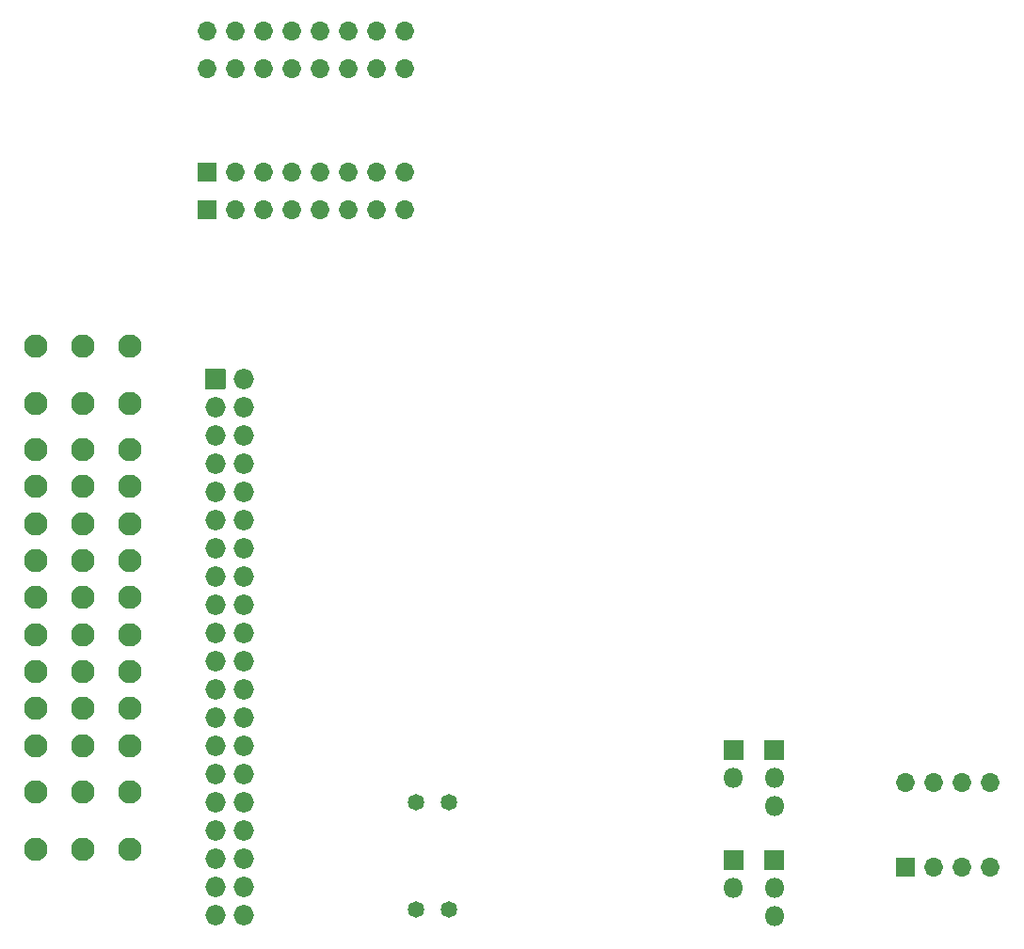
<source format=gbs>
G04 #@! TF.GenerationSoftware,KiCad,Pcbnew,(5.1.9-0-10_14)*
G04 #@! TF.CreationDate,2021-05-12T23:54:50+10:00*
G04 #@! TF.ProjectId,Shield,53686965-6c64-42e6-9b69-6361645f7063,rev?*
G04 #@! TF.SameCoordinates,Original*
G04 #@! TF.FileFunction,Soldermask,Bot*
G04 #@! TF.FilePolarity,Negative*
%FSLAX46Y46*%
G04 Gerber Fmt 4.6, Leading zero omitted, Abs format (unit mm)*
G04 Created by KiCad (PCBNEW (5.1.9-0-10_14)) date 2021-05-12 23:54:50*
%MOMM*%
%LPD*%
G01*
G04 APERTURE LIST*
%ADD10C,2.102000*%
%ADD11O,1.702000X1.702000*%
%ADD12O,1.829200X1.829200*%
%ADD13O,1.802000X1.802000*%
%ADD14C,1.483000*%
G04 APERTURE END LIST*
D10*
X97670000Y-118497000D03*
X97670000Y-121827000D03*
X97670000Y-125157000D03*
X97670000Y-128487000D03*
X97670000Y-131817000D03*
X97670000Y-101027000D03*
X101870000Y-101027000D03*
X101870000Y-131817000D03*
X101870000Y-128487000D03*
X101870000Y-125157000D03*
X101870000Y-121827000D03*
X101870000Y-118497000D03*
X106070000Y-118497000D03*
X106070000Y-121827000D03*
X106070000Y-101027000D03*
X106070000Y-131817000D03*
X106070000Y-125157000D03*
X106070000Y-128487000D03*
X101870000Y-141133000D03*
X101870000Y-95861000D03*
X106070000Y-141133000D03*
X106070000Y-95861000D03*
X97670000Y-141133000D03*
X97670000Y-95861000D03*
X101870000Y-135967000D03*
X106070000Y-135967000D03*
X97670000Y-135967000D03*
X101870000Y-115167000D03*
X101870000Y-111837000D03*
X101870000Y-108507000D03*
X101870000Y-105177000D03*
X106070000Y-105177000D03*
X106070000Y-108507000D03*
X106070000Y-111837000D03*
X106070000Y-115167000D03*
X97670000Y-105177000D03*
X97670000Y-108507000D03*
X97670000Y-111837000D03*
X97670000Y-115167000D03*
G36*
G01*
X113830000Y-84417000D02*
X112230000Y-84417000D01*
G75*
G02*
X112179000Y-84366000I0J51000D01*
G01*
X112179000Y-82766000D01*
G75*
G02*
X112230000Y-82715000I51000J0D01*
G01*
X113830000Y-82715000D01*
G75*
G02*
X113881000Y-82766000I0J-51000D01*
G01*
X113881000Y-84366000D01*
G75*
G02*
X113830000Y-84417000I-51000J0D01*
G01*
G37*
D11*
X130810000Y-70866000D03*
X115570000Y-83566000D03*
X128270000Y-70866000D03*
X118110000Y-83566000D03*
X125730000Y-70866000D03*
X120650000Y-83566000D03*
X123190000Y-70866000D03*
X123190000Y-83566000D03*
X120650000Y-70866000D03*
X125730000Y-83566000D03*
X118110000Y-70866000D03*
X128270000Y-83566000D03*
X115570000Y-70866000D03*
X130810000Y-83566000D03*
X113030000Y-70866000D03*
G36*
G01*
X112877400Y-99669600D02*
X112877400Y-97942400D01*
G75*
G02*
X112928400Y-97891400I51000J0D01*
G01*
X114655600Y-97891400D01*
G75*
G02*
X114706600Y-97942400I0J-51000D01*
G01*
X114706600Y-99669600D01*
G75*
G02*
X114655600Y-99720600I-51000J0D01*
G01*
X112928400Y-99720600D01*
G75*
G02*
X112877400Y-99669600I0J51000D01*
G01*
G37*
D12*
X116332000Y-98806000D03*
X113792000Y-101346000D03*
X116332000Y-101346000D03*
X113792000Y-103886000D03*
X116332000Y-103886000D03*
X113792000Y-106426000D03*
X116332000Y-106426000D03*
X113792000Y-108966000D03*
X116332000Y-108966000D03*
X113792000Y-111506000D03*
X116332000Y-111506000D03*
X113792000Y-114046000D03*
X116332000Y-114046000D03*
X113792000Y-116586000D03*
X116332000Y-116586000D03*
X113792000Y-119126000D03*
X116332000Y-119126000D03*
X113792000Y-121666000D03*
X116332000Y-121666000D03*
X113792000Y-124206000D03*
X116332000Y-124206000D03*
X113792000Y-126746000D03*
X116332000Y-126746000D03*
X113792000Y-129286000D03*
X116332000Y-129286000D03*
X113792000Y-131826000D03*
X116332000Y-131826000D03*
X113792000Y-134366000D03*
X116332000Y-134366000D03*
X113792000Y-136906000D03*
X116332000Y-136906000D03*
X113792000Y-139446000D03*
X116332000Y-139446000D03*
X113792000Y-141986000D03*
X116332000Y-141986000D03*
X113792000Y-144526000D03*
X116332000Y-144526000D03*
X113792000Y-147066000D03*
X116332000Y-147066000D03*
G36*
G01*
X164985000Y-131357000D02*
X164985000Y-133057000D01*
G75*
G02*
X164934000Y-133108000I-51000J0D01*
G01*
X163234000Y-133108000D01*
G75*
G02*
X163183000Y-133057000I0J51000D01*
G01*
X163183000Y-131357000D01*
G75*
G02*
X163234000Y-131306000I51000J0D01*
G01*
X164934000Y-131306000D01*
G75*
G02*
X164985000Y-131357000I0J-51000D01*
G01*
G37*
D13*
X164084000Y-134747000D03*
X164084000Y-137287000D03*
X164084000Y-147193000D03*
X164084000Y-144653000D03*
G36*
G01*
X163183000Y-142963000D02*
X163183000Y-141263000D01*
G75*
G02*
X163234000Y-141212000I51000J0D01*
G01*
X164934000Y-141212000D01*
G75*
G02*
X164985000Y-141263000I0J-51000D01*
G01*
X164985000Y-142963000D01*
G75*
G02*
X164934000Y-143014000I-51000J0D01*
G01*
X163234000Y-143014000D01*
G75*
G02*
X163183000Y-142963000I0J51000D01*
G01*
G37*
G36*
G01*
X159500000Y-133057000D02*
X159500000Y-131357000D01*
G75*
G02*
X159551000Y-131306000I51000J0D01*
G01*
X161251000Y-131306000D01*
G75*
G02*
X161302000Y-131357000I0J-51000D01*
G01*
X161302000Y-133057000D01*
G75*
G02*
X161251000Y-133108000I-51000J0D01*
G01*
X159551000Y-133108000D01*
G75*
G02*
X159500000Y-133057000I0J51000D01*
G01*
G37*
X160401000Y-134747000D03*
X160401000Y-144653000D03*
G36*
G01*
X159500000Y-142963000D02*
X159500000Y-141263000D01*
G75*
G02*
X159551000Y-141212000I51000J0D01*
G01*
X161251000Y-141212000D01*
G75*
G02*
X161302000Y-141263000I0J-51000D01*
G01*
X161302000Y-142963000D01*
G75*
G02*
X161251000Y-143014000I-51000J0D01*
G01*
X159551000Y-143014000D01*
G75*
G02*
X159500000Y-142963000I0J51000D01*
G01*
G37*
D14*
X134850000Y-146558000D03*
X131850000Y-146558000D03*
X131850000Y-136906000D03*
X134850000Y-136906000D03*
G36*
G01*
X176695000Y-143599000D02*
X175095000Y-143599000D01*
G75*
G02*
X175044000Y-143548000I0J51000D01*
G01*
X175044000Y-141948000D01*
G75*
G02*
X175095000Y-141897000I51000J0D01*
G01*
X176695000Y-141897000D01*
G75*
G02*
X176746000Y-141948000I0J-51000D01*
G01*
X176746000Y-143548000D01*
G75*
G02*
X176695000Y-143599000I-51000J0D01*
G01*
G37*
D11*
X183515000Y-135128000D03*
X178435000Y-142748000D03*
X180975000Y-135128000D03*
X180975000Y-142748000D03*
X178435000Y-135128000D03*
X183515000Y-142748000D03*
X175895000Y-135128000D03*
G36*
G01*
X113851001Y-81083999D02*
X112251001Y-81083999D01*
G75*
G02*
X112200001Y-81032999I0J51000D01*
G01*
X112200001Y-79432999D01*
G75*
G02*
X112251001Y-79381999I51000J0D01*
G01*
X113851001Y-79381999D01*
G75*
G02*
X113902001Y-79432999I0J-51000D01*
G01*
X113902001Y-81032999D01*
G75*
G02*
X113851001Y-81083999I-51000J0D01*
G01*
G37*
X130831001Y-67532999D03*
X115591001Y-80232999D03*
X128291001Y-67532999D03*
X118131001Y-80232999D03*
X125751001Y-67532999D03*
X120671001Y-80232999D03*
X123211001Y-67532999D03*
X123211001Y-80232999D03*
X120671001Y-67532999D03*
X125751001Y-80232999D03*
X118131001Y-67532999D03*
X128291001Y-80232999D03*
X115591001Y-67532999D03*
X130831001Y-80232999D03*
X113051001Y-67532999D03*
M02*

</source>
